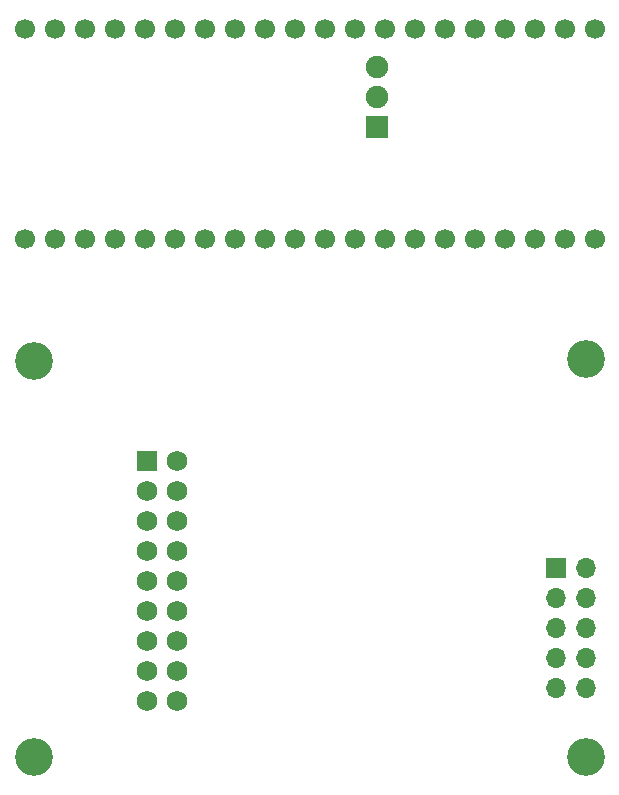
<source format=gbs>
%TF.GenerationSoftware,KiCad,Pcbnew,8.0.7*%
%TF.CreationDate,2025-01-09T23:37:41+05:30*%
%TF.ProjectId,pico_ov7670_adapter,7069636f-5f6f-4763-9736-37305f616461,rev?*%
%TF.SameCoordinates,Original*%
%TF.FileFunction,Soldermask,Bot*%
%TF.FilePolarity,Negative*%
%FSLAX46Y46*%
G04 Gerber Fmt 4.6, Leading zero omitted, Abs format (unit mm)*
G04 Created by KiCad (PCBNEW 8.0.7) date 2025-01-09 23:37:41*
%MOMM*%
%LPD*%
G01*
G04 APERTURE LIST*
G04 Aperture macros list*
%AMRoundRect*
0 Rectangle with rounded corners*
0 $1 Rounding radius*
0 $2 $3 $4 $5 $6 $7 $8 $9 X,Y pos of 4 corners*
0 Add a 4 corners polygon primitive as box body*
4,1,4,$2,$3,$4,$5,$6,$7,$8,$9,$2,$3,0*
0 Add four circle primitives for the rounded corners*
1,1,$1+$1,$2,$3*
1,1,$1+$1,$4,$5*
1,1,$1+$1,$6,$7*
1,1,$1+$1,$8,$9*
0 Add four rect primitives between the rounded corners*
20,1,$1+$1,$2,$3,$4,$5,0*
20,1,$1+$1,$4,$5,$6,$7,0*
20,1,$1+$1,$6,$7,$8,$9,0*
20,1,$1+$1,$8,$9,$2,$3,0*%
G04 Aperture macros list end*
%ADD10C,3.200000*%
%ADD11C,1.728000*%
%ADD12RoundRect,0.102000X-0.762000X-0.762000X0.762000X-0.762000X0.762000X0.762000X-0.762000X0.762000X0*%
%ADD13C,1.700000*%
%ADD14RoundRect,0.102000X0.850000X-0.850000X0.850000X0.850000X-0.850000X0.850000X-0.850000X-0.850000X0*%
%ADD15C,1.904000*%
%ADD16R,1.700000X1.700000*%
%ADD17O,1.700000X1.700000*%
G04 APERTURE END LIST*
D10*
%TO.C,H2*%
X140000000Y-116750000D03*
%TD*%
D11*
%TO.C,U1*%
X102878686Y-112000000D03*
X102878686Y-109460000D03*
X102878686Y-106920000D03*
X102878686Y-104380000D03*
X102878686Y-101840000D03*
X102878686Y-99300000D03*
X102878686Y-96760000D03*
X102878686Y-94220000D03*
D12*
X102878686Y-91680000D03*
D11*
X105418686Y-91680000D03*
X105418686Y-94220000D03*
X105418686Y-96760000D03*
X105418686Y-99300000D03*
X105418686Y-101840000D03*
X105418686Y-104380000D03*
X105418686Y-106920000D03*
X105418686Y-109460000D03*
X105418686Y-112000000D03*
%TD*%
D13*
%TO.C,U2*%
X92498686Y-72877500D03*
X95038686Y-72877500D03*
X97578686Y-72877500D03*
X100118686Y-72877500D03*
X102658686Y-72877500D03*
X105198686Y-72877500D03*
X107738686Y-72877500D03*
X110278686Y-72877500D03*
X112818686Y-72877500D03*
X115358686Y-72877500D03*
X117898686Y-72877500D03*
X120438686Y-72877500D03*
X122978686Y-72877500D03*
X125518686Y-72877500D03*
X128058686Y-72877500D03*
X130598686Y-72877500D03*
X133138686Y-72877500D03*
X135678686Y-72877500D03*
X138218686Y-72877500D03*
X140758686Y-72877500D03*
X140758686Y-55097500D03*
X138218686Y-55097500D03*
X135678686Y-55097500D03*
X133138686Y-55097500D03*
X130598686Y-55097500D03*
X128058686Y-55097500D03*
X125518686Y-55097500D03*
X122978686Y-55097500D03*
X120438686Y-55097500D03*
X117898686Y-55097500D03*
X115358686Y-55097500D03*
X112818686Y-55097500D03*
X110278686Y-55097500D03*
X107738686Y-55097500D03*
X105198686Y-55097500D03*
X102658686Y-55097500D03*
X100118686Y-55097500D03*
X97578686Y-55097500D03*
X95038686Y-55097500D03*
X92498686Y-55097500D03*
D14*
X122328686Y-63403400D03*
D15*
X122328686Y-60863400D03*
X122328686Y-58323400D03*
%TD*%
D10*
%TO.C,H3*%
X93250000Y-83250000D03*
%TD*%
%TO.C,H4*%
X93250000Y-116750000D03*
%TD*%
D16*
%TO.C,J1*%
X137460000Y-100710000D03*
D17*
X140000000Y-100710000D03*
X137460000Y-103250000D03*
X140000000Y-103250000D03*
X137460000Y-105790000D03*
X140000000Y-105790000D03*
X137460000Y-108330000D03*
X140000000Y-108330000D03*
X137460000Y-110870000D03*
X140000000Y-110870000D03*
%TD*%
D10*
%TO.C,H1*%
X140000000Y-83000000D03*
%TD*%
M02*

</source>
